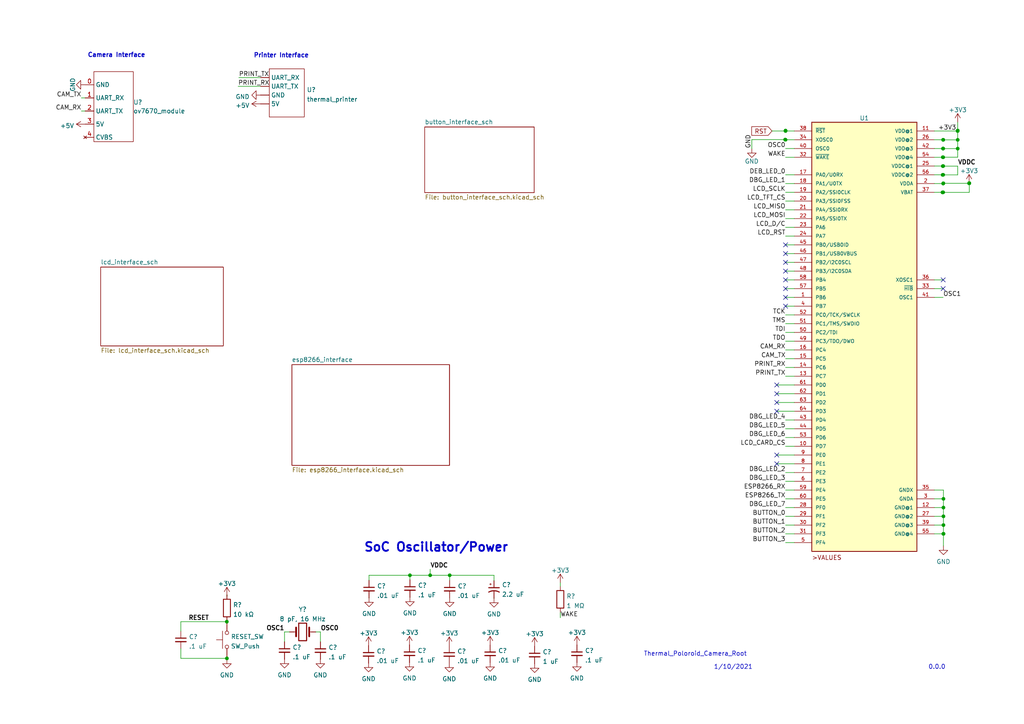
<source format=kicad_sch>
(kicad_sch (version 20211123) (generator eeschema)
  (paper "A4")
  (lib_symbols
    (symbol "Device:C_Polarized_Small_US" (pin_numbers hide) (pin_names (offset 0.254) hide)
      (property "Reference" "C" (at 0.254 1.778 0))
      (property "Value" "C_Polarized_Small_US" (at 0.254 -2.032 0))
      (symbol "C_Polarized_Small_US_0_1"
        (polyline (pts (xy -1.524 0.508) (xy 1.524 0.508)) (stroke (width 0.3048)))
        (polyline (pts (xy -1.27 1.524) (xy -0.762 1.524)))
        (polyline (pts (xy -1.016 1.27) (xy -1.016 1.778)))
        (arc (start 1.524 -0.762) (mid 0 -0.3734) (end -1.524 -0.762) (stroke (width 0.3048)))
      )
      (symbol "C_Polarized_Small_US_1_1"
        (pin passive line (at 0 2.54 270) (length 2.032) (name "~") (number "1"))
        (pin passive line (at 0 -2.54 90) (length 2.032) (name "~") (number "2"))
      )
    )
    (symbol "Device:C_Small" (pin_numbers hide) (pin_names (offset 0.254) hide)
      (property "Reference" "C" (at 0.254 1.778 0))
      (property "Value" "C_Small" (at 0.254 -2.032 0))
      (symbol "C_Small_0_1"
        (polyline (pts (xy -1.524 -0.508) (xy 1.524 -0.508)) (stroke (width 0.3302)))
        (polyline (pts (xy -1.524 0.508) (xy 1.524 0.508)) (stroke (width 0.3048)))
      )
      (symbol "C_Small_1_1"
        (pin passive line (at 0 2.54 270) (length 2.032) (name "~") (number "1"))
        (pin passive line (at 0 -2.54 90) (length 2.032) (name "~") (number "2"))
      )
    )
    (symbol "Device:Crystal" (pin_numbers hide) (pin_names (offset 1.016) hide)
      (property "Reference" "Y" (at 0 3.81 0))
      (property "Value" "Crystal" (at 0 -3.81 0))
      (symbol "Crystal_0_1"
        (rectangle (start -1.143 2.54) (end 1.143 -2.54) (stroke (width 0.3048)))
        (polyline (pts (xy -2.54 0) (xy -1.905 0)))
        (polyline (pts (xy -1.905 -1.27) (xy -1.905 1.27)) (stroke (width 0.508)))
        (polyline (pts (xy 1.905 -1.27) (xy 1.905 1.27)) (stroke (width 0.508)))
        (polyline (pts (xy 2.54 0) (xy 1.905 0)))
      )
      (symbol "Crystal_1_1"
        (pin passive line (at -3.81 0 0) (length 1.27) (name "1") (number "1"))
        (pin passive line (at 3.81 0 180) (length 1.27) (name "2") (number "2"))
      )
    )
    (symbol "Device:R" (pin_numbers hide) (pin_names (offset 0))
      (property "Reference" "R" (at 2.032 0 90))
      (property "Value" "R" (at 0 0 90))
      (symbol "R_0_1"
        (rectangle (start -1.016 -2.54) (end 1.016 2.54) (stroke (width 0.254)))
      )
      (symbol "R_1_1"
        (pin passive line (at 0 3.81 270) (length 1.27) (name "~") (number "1"))
        (pin passive line (at 0 -3.81 90) (length 1.27) (name "~") (number "2"))
      )
    )
    (symbol "Switch:SW_Push" (pin_numbers hide) (pin_names (offset 1.016) hide)
      (property "Reference" "SW" (at 1.27 2.54 0))
      (property "Value" "SW_Push" (at 0 -1.524 0))
      (symbol "SW_Push_0_1"
        (circle (center -2.032 0) (radius 0.508))
        (polyline (pts (xy 0 1.27) (xy 0 3.048)))
        (polyline (pts (xy 2.54 1.27) (xy -2.54 1.27)))
        (circle (center 2.032 0) (radius 0.508))
        (pin passive line (at -5.08 0 0) (length 2.54) (name "1") (number "1"))
        (pin passive line (at 5.08 0 180) (length 2.54) (name "2") (number "2"))
      )
    )
    (symbol "TM4C123GH6PMI:thermal_printer"
      (property "Reference" "U" (at 0 0 0))
      (property "Value" "thermal_printer" (at 0 -3.81 0))
      (symbol "thermal_printer_0_1"
        (rectangle (start -5.08 11.43) (end 5.08 -2.54) (stroke (width 0.1524)))
      )
      (symbol "thermal_printer_1_1"
        (pin power_in line (at -7.62 1.27 0) (length 2.54) (name "5V") (number ""))
        (pin power_in line (at -7.62 3.81 0) (length 2.54) (name "GND") (number ""))
        (pin input line (at -7.62 8.89 0) (length 2.54) (name "UART_RX") (number ""))
        (pin output line (at -7.62 6.35 0) (length 2.54) (name "UART_TX") (number ""))
      )
    )
    (symbol "power:+3V3" (power) (pin_names (offset 0))
      (property "Value" "+3V3" (at 0 3.556 0))
      (symbol "+3V3_0_1"
        (polyline (pts (xy -0.762 1.27) (xy 0 2.54)))
        (polyline (pts (xy 0 0) (xy 0 2.54)))
        (polyline (pts (xy 0 2.54) (xy 0.762 1.27)))
      )
      (symbol "+3V3_1_1"
        (pin power_in line (at 0 0 90) (length 0) hide (name "+3V3") (number "1"))
      )
    )
    (symbol "power:+5V" (power) (pin_names (offset 0))
      (property "Value" "+5V" (at 0 3.556 0))
      (symbol "+5V_0_1"
        (polyline (pts (xy -0.762 1.27) (xy 0 2.54)))
        (polyline (pts (xy 0 0) (xy 0 2.54)))
        (polyline (pts (xy 0 2.54) (xy 0.762 1.27)))
      )
      (symbol "+5V_1_1"
        (pin power_in line (at 0 0 90) (length 0) hide (name "+5V") (number "1"))
      )
    )
    (symbol "power:GND" (power) (pin_names (offset 0))
      (property "Value" "GND" (at 0 -3.81 0))
      (symbol "GND_0_1"
        (polyline (pts (xy 0 0) (xy 0 -1.27) (xy 1.27 -1.27) (xy 0 -2.54) (xy -1.27 -1.27) (xy 0 -1.27)))
      )
      (symbol "GND_1_1"
        (pin power_in line (at 0 0 270) (length 0) hide (name "GND") (number "1"))
      )
    )
    (symbol "tm4c123:TM4C123GH6PMI" (pin_names (offset 1.016))
      (property "Reference" "U" (at -15.24 60.9854 0))
      (symbol "TM4C123GH6PMI_0_0"
        (rectangle (start -15.24 -63.5) (end 15.24 60.96) (stroke (width 0.254)) (fill (type background)))
        (text ">VALUES" (at -15.24 -66.04 0) (effects (font (size 1.27 1.27)) (justify left bottom)))
        (pin bidirectional line (at -20.32 10.16 0) (length 5.08) (name "PB6") (number "1"))
        (pin bidirectional line (at -20.32 -33.02 0) (length 5.08) (name "PD7") (number "10"))
        (pin power_in line (at 20.32 58.42 180) (length 5.08) (name "VDD@1") (number "11"))
        (pin power_in line (at 20.32 -50.8 180) (length 5.08) (name "GND@1") (number "12"))
        (pin bidirectional line (at -20.32 -12.7 0) (length 5.08) (name "PC7") (number "13"))
        (pin bidirectional line (at -20.32 -10.16 0) (length 5.08) (name "PC6") (number "14"))
        (pin bidirectional line (at -20.32 -7.62 0) (length 5.08) (name "PC5") (number "15"))
        (pin bidirectional line (at -20.32 -5.08 0) (length 5.08) (name "PC4") (number "16"))
        (pin bidirectional line (at -20.32 45.72 0) (length 5.08) (name "PA0/U0RX") (number "17"))
        (pin bidirectional line (at -20.32 43.18 0) (length 5.08) (name "PA1/U0TX") (number "18"))
        (pin bidirectional line (at -20.32 40.64 0) (length 5.08) (name "PA2/SSI0CLK") (number "19"))
        (pin power_in line (at 20.32 43.18 180) (length 5.08) (name "VDDA") (number "2"))
        (pin bidirectional line (at -20.32 38.1 0) (length 5.08) (name "PA3/SSI0FSS") (number "20"))
        (pin bidirectional line (at -20.32 35.56 0) (length 5.08) (name "PA4/SSI0RX") (number "21"))
        (pin bidirectional line (at -20.32 33.02 0) (length 5.08) (name "PA5/SSI0TX") (number "22"))
        (pin bidirectional line (at -20.32 30.48 0) (length 5.08) (name "PA6") (number "23"))
        (pin bidirectional line (at -20.32 27.94 0) (length 5.08) (name "PA7") (number "24"))
        (pin power_in line (at 20.32 48.26 180) (length 5.08) (name "VDDC@1") (number "25"))
        (pin power_in line (at 20.32 55.88 180) (length 5.08) (name "VDD@2") (number "26"))
        (pin power_in line (at 20.32 -53.34 180) (length 5.08) (name "GND@2") (number "27"))
        (pin bidirectional line (at -20.32 -50.8 0) (length 5.08) (name "PF0") (number "28"))
        (pin bidirectional line (at -20.32 -53.34 0) (length 5.08) (name "PF1") (number "29"))
        (pin power_in line (at 20.32 -48.26 180) (length 5.08) (name "GNDA") (number "3"))
        (pin bidirectional line (at -20.32 -55.88 0) (length 5.08) (name "PF2") (number "30"))
        (pin bidirectional line (at -20.32 -58.42 0) (length 5.08) (name "PF3") (number "31"))
        (pin input line (at -20.32 50.8 0) (length 5.08) (name "~{WAKE}") (number "32"))
        (pin output line (at 20.32 12.7 180) (length 5.08) (name "~{HIB}") (number "33"))
        (pin input line (at -20.32 55.88 0) (length 5.08) (name "XOSC0") (number "34"))
        (pin power_in line (at 20.32 -45.72 180) (length 5.08) (name "GNDX") (number "35"))
        (pin output line (at 20.32 15.24 180) (length 5.08) (name "XOSC1") (number "36"))
        (pin power_in line (at 20.32 40.64 180) (length 5.08) (name "VBAT") (number "37"))
        (pin input line (at -20.32 58.42 0) (length 5.08) (name "~{RST}") (number "38"))
        (pin power_in line (at 20.32 -55.88 180) (length 5.08) (name "GND@3") (number "39"))
        (pin bidirectional line (at -20.32 7.62 0) (length 5.08) (name "PB7") (number "4"))
        (pin input line (at -20.32 53.34 0) (length 5.08) (name "OSC0") (number "40"))
        (pin output line (at 20.32 10.16 180) (length 5.08) (name "OSC1") (number "41"))
        (pin power_in line (at 20.32 53.34 180) (length 5.08) (name "VDD@3") (number "42"))
        (pin bidirectional line (at -20.32 -25.4 0) (length 5.08) (name "PD4") (number "43"))
        (pin bidirectional line (at -20.32 -27.94 0) (length 5.08) (name "PD5") (number "44"))
        (pin bidirectional line (at -20.32 25.4 0) (length 5.08) (name "PB0/USB0ID") (number "45"))
        (pin bidirectional line (at -20.32 22.86 0) (length 5.08) (name "PB1/USB0VBUS") (number "46"))
        (pin bidirectional line (at -20.32 20.32 0) (length 5.08) (name "PB2/I2C0SCL") (number "47"))
        (pin bidirectional line (at -20.32 17.78 0) (length 5.08) (name "PB3/I2C0SDA") (number "48"))
        (pin bidirectional line (at -20.32 -2.54 0) (length 5.08) (name "PC3/TDO/DWO") (number "49"))
        (pin bidirectional line (at -20.32 -60.96 0) (length 5.08) (name "PF4") (number "5"))
        (pin bidirectional line (at -20.32 0 0) (length 5.08) (name "PC2/TDI") (number "50"))
        (pin bidirectional line (at -20.32 2.54 0) (length 5.08) (name "PC1/TMS/SWDIO") (number "51"))
        (pin bidirectional line (at -20.32 5.08 0) (length 5.08) (name "PC0/TCK/SWCLK") (number "52"))
        (pin bidirectional line (at -20.32 -30.48 0) (length 5.08) (name "PD6") (number "53"))
        (pin power_in line (at 20.32 50.8 180) (length 5.08) (name "VDD@4") (number "54"))
        (pin power_in line (at 20.32 -58.42 180) (length 5.08) (name "GND@4") (number "55"))
        (pin power_in line (at 20.32 45.72 180) (length 5.08) (name "VDDC@2") (number "56"))
        (pin bidirectional line (at -20.32 12.7 0) (length 5.08) (name "PB5") (number "57"))
        (pin bidirectional line (at -20.32 15.24 0) (length 5.08) (name "PB4") (number "58"))
        (pin bidirectional line (at -20.32 -45.72 0) (length 5.08) (name "PE4") (number "59"))
        (pin bidirectional line (at -20.32 -43.18 0) (length 5.08) (name "PE3") (number "6"))
        (pin bidirectional line (at -20.32 -48.26 0) (length 5.08) (name "PE5") (number "60"))
        (pin bidirectional line (at -20.32 -15.24 0) (length 5.08) (name "PD0") (number "61"))
        (pin bidirectional line (at -20.32 -17.78 0) (length 5.08) (name "PD1") (number "62"))
        (pin bidirectional line (at -20.32 -20.32 0) (length 5.08) (name "PD2") (number "63"))
        (pin bidirectional line (at -20.32 -22.86 0) (length 5.08) (name "PD3") (number "64"))
        (pin bidirectional line (at -20.32 -40.64 0) (length 5.08) (name "PE2") (number "7"))
        (pin bidirectional line (at -20.32 -38.1 0) (length 5.08) (name "PE1") (number "8"))
        (pin bidirectional line (at -20.32 -35.56 0) (length 5.08) (name "PE0") (number "9"))
      )
    )
    (symbol "tm4c123:ov7670_module"
      (property "Reference" "U?" (at 7.62 7.62 0))
      (property "Value" "ov7670_module" (at 7.62 5.08 0))
      (symbol "ov7670_module_0_1"
        (rectangle (start -3.81 16.51) (end 7.62 -3.81) (stroke (width 0.1524)))
      )
      (symbol "ov7670_module_1_1"
        (pin power_in line (at -6.35 12.7 0) (length 2.54) (name "GND") (number "0"))
        (pin input line (at -6.35 8.89 0) (length 2.54) (name "UART_RX") (number "1"))
        (pin output line (at -6.35 5.08 0) (length 2.54) (name "UART_TX") (number "2"))
        (pin power_in line (at -6.35 1.27 0) (length 2.54) (name "5V") (number "3"))
        (pin no_connect line (at -6.35 -2.54 0) (length 2.54) (name "CVBS") (number "4"))
      )
    )
  )
  (junction (at 273.4564 45.593))
  (junction (at 273.6342 147.2184))
  (junction (at 273.4564 48.1838))
  (junction (at 227.7364 40.4876))
  (junction (at 273.558 53.2384))
  (junction (at 273.6342 154.813))
  (junction (at 273.3548 55.8038))
  (junction (at 273.558 43.0784))
  (junction (at 281.1272 53.1114))
  (junction (at 273.558 40.5638))
  (junction (at 65.786 180.3146))
  (junction (at 118.8974 166.8526))
  (junction (at 65.8114 190.9572))
  (junction (at 277.7744 37.8714))
  (junction (at 273.6342 152.2984))
  (junction (at 277.7744 40.5638))
  (junction (at 277.7744 37.9222))
  (junction (at 277.7744 43.1038))
  (junction (at 273.6342 144.6784))
  (junction (at 273.6088 53.1622))
  (junction (at 273.6342 149.7584))
  (junction (at 130.429 166.8526))
  (junction (at 273.558 50.6984))
  (junction (at 281.0764 53.1622))
  (junction (at 281.1272 53.1622))
  (junction (at 277.749 37.9984))
  (junction (at 273.5072 43.1038))
  (junction (at 273.558 48.1584))
  (junction (at 227.838 37.9984))
  (junction (at 273.4056 50.7238))
  (junction (at 227.838 37.8714))
  (junction (at 227.838 40.5384))
  (junction (at 273.6342 154.8384))
  (junction (at 124.7648 166.8526))
  (junction (at 273.558 55.7784))
  (junction (at 273.558 40.5384))
  (junction (at 273.558 45.6184))
  (no_connect (at 227.838 78.6384))
  (no_connect (at 227.838 71.0184))
  (no_connect (at 227.838 86.2584))
  (no_connect (at 225.298 119.2784))
  (no_connect (at 227.838 81.1784))
  (no_connect (at 227.838 88.7984))
  (no_connect (at 227.838 83.7184))
  (no_connect (at 227.838 76.0984))
  (no_connect (at 225.298 116.7384))
  (no_connect (at 225.298 131.9784))
  (no_connect (at 225.298 134.5184))
  (no_connect (at 225.298 111.6584))
  (no_connect (at 273.558 81.1784))
  (no_connect (at 273.558 83.7184))
  (no_connect (at 227.838 73.5584))
  (no_connect (at 225.298 114.1984))
  (wire (pts (xy 271.018 149.7584) (xy 273.6342 149.7584)))
  (wire (pts (xy 107.0356 168.3258) (xy 107.0356 166.8526)))
  (wire (pts (xy 227.838 68.4784) (xy 230.378 68.4784)))
  (wire (pts (xy 225.298 131.9784) (xy 230.378 131.9784)))
  (wire (pts (xy 227.838 98.9584) (xy 230.378 98.9584)))
  (wire (pts (xy 271.018 83.7184) (xy 273.558 83.7184)))
  (wire (pts (xy 82.5246 183.2864) (xy 83.9724 183.2864)))
  (wire (pts (xy 273.3548 55.8038) (xy 281.1272 55.8038)))
  (wire (pts (xy 227.838 126.8984) (xy 230.378 126.8984)))
  (wire (pts (xy 281.0764 53.1622) (xy 281.1272 53.1622)))
  (wire (pts (xy 271.018 147.2184) (xy 273.6342 147.2184)))
  (wire (pts (xy 227.838 58.3184) (xy 230.378 58.3184)))
  (wire (pts (xy 277.7744 37.9222) (xy 277.7744 40.5638)))
  (wire (pts (xy 225.298 111.6584) (xy 230.378 111.6584)))
  (wire (pts (xy 227.838 73.5584) (xy 230.378 73.5584)))
  (wire (pts (xy 273.6342 147.2184) (xy 273.6342 149.7584)))
  (wire (pts (xy 227.838 60.8584) (xy 230.378 60.8584)))
  (wire (pts (xy 227.838 139.5984) (xy 230.378 139.5984)))
  (wire (pts (xy 227.7364 40.4876) (xy 218.059 40.4876)))
  (wire (pts (xy 107.0356 166.8526) (xy 118.8974 166.8526)))
  (wire (pts (xy 271.018 53.2384) (xy 273.558 53.2384)))
  (wire (pts (xy 130.429 173.4312) (xy 130.429 173.4566)))
  (wire (pts (xy 65.8114 191.2366) (xy 65.8114 190.9572)))
  (wire (pts (xy 227.838 152.2984) (xy 230.378 152.2984)))
  (wire (pts (xy 271.018 142.1384) (xy 273.6342 142.1384)))
  (wire (pts (xy 23.5966 28.3972) (xy 24.6888 28.3972)))
  (wire (pts (xy 82.5246 183.2864) (xy 82.5246 186.1312)))
  (wire (pts (xy 271.018 152.2984) (xy 273.6342 152.2984)))
  (wire (pts (xy 130.429 166.8526) (xy 124.7648 166.8526)))
  (wire (pts (xy 227.838 109.1184) (xy 230.378 109.1184)))
  (wire (pts (xy 227.838 149.7584) (xy 230.378 149.7584)))
  (wire (pts (xy 271.018 48.1584) (xy 273.558 48.1584)))
  (wire (pts (xy 277.7744 35.4838) (xy 277.7744 37.8714)))
  (wire (pts (xy 52.451 183.0578) (xy 52.451 180.3146)))
  (wire (pts (xy 227.838 40.5384) (xy 230.378 40.5384)))
  (wire (pts (xy 273.6342 154.8384) (xy 273.6342 158.3436)))
  (wire (pts (xy 69.0626 25.0444) (xy 75.565 25.0444)))
  (wire (pts (xy 273.558 40.5638) (xy 277.7744 40.5638)))
  (wire (pts (xy 227.838 86.2584) (xy 230.378 86.2584)))
  (wire (pts (xy 91.5924 183.2864) (xy 92.9386 183.2864)))
  (wire (pts (xy 271.018 81.1784) (xy 273.558 81.1784)))
  (wire (pts (xy 65.8114 180.1622) (xy 65.8114 180.4924)))
  (wire (pts (xy 92.9386 191.2366) (xy 92.9132 191.2366)))
  (wire (pts (xy 227.838 104.0384) (xy 230.378 104.0384)))
  (wire (pts (xy 271.018 45.6184) (xy 273.558 45.6184)))
  (wire (pts (xy 227.838 45.6184) (xy 230.378 45.6184)))
  (wire (pts (xy 227.838 55.7784) (xy 230.378 55.7784)))
  (wire (pts (xy 227.838 129.4384) (xy 230.378 129.4384)))
  (wire (pts (xy 69.2658 22.5044) (xy 75.565 22.5044)))
  (wire (pts (xy 281.1272 53.1114) (xy 281.1272 53.1622)))
  (wire (pts (xy 227.838 93.8784) (xy 230.378 93.8784)))
  (wire (pts (xy 225.298 116.7384) (xy 230.378 116.7384)))
  (wire (pts (xy 273.4564 45.593) (xy 277.7744 45.593)))
  (wire (pts (xy 225.298 119.2784) (xy 230.378 119.2784)))
  (wire (pts (xy 227.838 63.3984) (xy 230.378 63.3984)))
  (wire (pts (xy 271.018 154.8384) (xy 273.6342 154.8384)))
  (wire (pts (xy 227.838 76.0984) (xy 230.378 76.0984)))
  (wire (pts (xy 124.7648 165.1) (xy 124.7648 166.8526)))
  (wire (pts (xy 118.8974 173.228) (xy 118.8974 173.2534)))
  (wire (pts (xy 273.6088 53.1622) (xy 281.0764 53.1622)))
  (wire (pts (xy 107.0356 173.4058) (xy 107.0356 173.4312)))
  (wire (pts (xy 227.838 144.6784) (xy 230.378 144.6784)))
  (wire (pts (xy 218.059 40.4876) (xy 218.059 43.1292)))
  (wire (pts (xy 227.838 71.0184) (xy 230.378 71.0184)))
  (wire (pts (xy 52.451 190.9572) (xy 65.8114 190.9572)))
  (wire (pts (xy 23.5966 32.2072) (xy 24.6888 32.2072)))
  (wire (pts (xy 130.429 168.3512) (xy 130.429 166.8526)))
  (wire (pts (xy 124.7648 166.8526) (xy 118.8974 166.8526)))
  (wire (pts (xy 271.018 50.6984) (xy 273.558 50.6984)))
  (wire (pts (xy 143.2814 173.5074) (xy 143.2814 173.5582)))
  (wire (pts (xy 65.8114 190.9572) (xy 65.8114 190.6524)))
  (wire (pts (xy 277.7744 48.1838) (xy 277.7744 50.7238)))
  (wire (pts (xy 227.838 142.1384) (xy 230.378 142.1384)))
  (wire (pts (xy 277.7744 40.5638) (xy 277.7744 43.1038)))
  (wire (pts (xy 223.901 37.9984) (xy 227.838 37.9984)))
  (wire (pts (xy 227.838 65.9384) (xy 230.378 65.9384)))
  (wire (pts (xy 271.018 144.6784) (xy 273.6342 144.6784)))
  (wire (pts (xy 227.838 81.1784) (xy 230.378 81.1784)))
  (wire (pts (xy 227.838 124.3584) (xy 230.378 124.3584)))
  (wire (pts (xy 162.5092 169.037) (xy 162.5092 170.0276)))
  (wire (pts (xy 227.838 91.3384) (xy 230.378 91.3384)))
  (wire (pts (xy 227.838 37.9984) (xy 227.838 37.8714)))
  (wire (pts (xy 273.6342 149.7584) (xy 273.6342 152.2984)))
  (wire (pts (xy 225.298 134.5184) (xy 230.378 134.5184)))
  (wire (pts (xy 143.2814 168.4274) (xy 143.2814 166.8526)))
  (wire (pts (xy 277.7744 37.8714) (xy 277.7744 37.9222)))
  (wire (pts (xy 271.018 86.2584) (xy 273.558 86.2584)))
  (wire (pts (xy 65.8114 172.5422) (xy 65.8114 172.8724)))
  (wire (pts (xy 227.838 88.7984) (xy 230.378 88.7984)))
  (wire (pts (xy 227.838 147.2184) (xy 230.378 147.2184)))
  (wire (pts (xy 281.1272 55.8038) (xy 281.1272 53.1622)))
  (wire (pts (xy 271.018 37.9984) (xy 277.749 37.9984)))
  (wire (pts (xy 273.6342 144.6784) (xy 273.6342 147.2184)))
  (wire (pts (xy 52.451 180.3146) (xy 65.786 180.3146)))
  (wire (pts (xy 227.838 50.6984) (xy 230.378 50.6984)))
  (wire (pts (xy 227.838 137.0584) (xy 230.378 137.0584)))
  (wire (pts (xy 277.7744 50.7238) (xy 273.4056 50.7238)))
  (wire (pts (xy 227.838 43.0784) (xy 230.378 43.0784)))
  (wire (pts (xy 118.8974 166.8526) (xy 118.8974 168.148)))
  (wire (pts (xy 227.838 154.8384) (xy 230.378 154.8384)))
  (wire (pts (xy 143.2814 166.8526) (xy 130.429 166.8526)))
  (wire (pts (xy 52.451 188.1378) (xy 52.451 190.9572)))
  (wire (pts (xy 227.838 96.4184) (xy 230.378 96.4184)))
  (wire (pts (xy 227.838 106.5784) (xy 230.378 106.5784)))
  (wire (pts (xy 162.5092 177.6476) (xy 162.5092 179.1716)))
  (wire (pts (xy 92.9386 186.1566) (xy 92.9386 183.2864)))
  (wire (pts (xy 273.6342 152.2984) (xy 273.6342 154.813)))
  (wire (pts (xy 225.298 114.1984) (xy 230.378 114.1984)))
  (wire (pts (xy 227.838 53.2384) (xy 230.378 53.2384)))
  (wire (pts (xy 273.5072 43.1038) (xy 277.7744 43.1038)))
  (wire (pts (xy 227.838 101.4984) (xy 230.378 101.4984)))
  (wire (pts (xy 271.018 55.7784) (xy 273.558 55.7784)))
  (wire (pts (xy 271.018 40.5384) (xy 273.558 40.5384)))
  (wire (pts (xy 227.838 83.7184) (xy 230.378 83.7184)))
  (wire (pts (xy 227.838 157.3784) (xy 230.378 157.3784)))
  (wire (pts (xy 273.6342 142.1384) (xy 273.6342 144.6784)))
  (wire (pts (xy 271.018 43.0784) (xy 273.558 43.0784)))
  (wire (pts (xy 227.838 121.8184) (xy 230.378 121.8184)))
  (wire (pts (xy 277.7744 43.1038) (xy 277.7744 45.593)))
  (wire (pts (xy 227.838 37.9984) (xy 230.378 37.9984)))
  (wire (pts (xy 227.838 78.6384) (xy 230.378 78.6384)))
  (wire (pts (xy 273.4564 48.1838) (xy 277.7744 48.1838)))
  (text "0.0.0" (at 269.24 194.31 0) (effects (font (size 1.27 1.27)) (justify left bottom)))
  (text "Printer Interface" (at 73.533 16.9418 0) (effects (font (size 1.27 1.27) bold) (justify left bottom)))
  (text "SoC Oscillator/Power" (at 105.4354 160.3502 0) (effects (font (size 2.54 2.54) (thickness 0.508) bold) (justify left bottom)))
  (text "Camera Interface" (at 25.3746 16.8402 0) (effects (font (size 1.27 1.27) bold) (justify left bottom)))
  (text "Thermal_Poloroid_Camera_Root" (at 186.69 190.5 0) (effects (font (size 1.27 1.27)) (justify left bottom)))
  (text "1/10/2021" (at 207.01 194.31 0) (effects (font (size 1.27 1.27)) (justify left bottom)))
  (label "LCD_TFT_CS" (at 227.838 58.3184 180))
  (label "RESET" (at 54.61 180.3146 0) (effects (font bold)))
  (label "TDO" (at 227.838 98.9584 180))
  (label "OSC0" (at 92.9386 183.2864 0) (effects (font bold)))
  (label "BUTTON_0" (at 227.838 149.7584 180))
  (label "BUTTON_3" (at 227.838 157.3784 180))
  (label "ESP8266_TX" (at 227.838 144.6784 180))
  (label "CAM_TX" (at 227.8888 104.0384 180))
  (label "OSC1" (at 273.558 86.2584 0))
  (label "CAM_RX" (at 23.5966 32.2072 180))
  (label "CAM_TX" (at 23.5966 28.3972 180))
  (label "VDDC" (at 124.7648 165.1 0) (effects (font bold)))
  (label "TMS" (at 227.838 93.8784 180))
  (label "PRINT_TX" (at 69.2658 22.5044 0))
  (label "DBG_LED_3" (at 227.838 139.5984 180))
  (label "BUTTON_2" (at 227.838 154.8384 180))
  (label "WAKE" (at 227.838 45.6184 180))
  (label "GND" (at 218.059 43.0276 90))
  (label "TCK" (at 227.838 91.3384 180))
  (label "CAM_RX" (at 227.838 101.4984 180))
  (label "PRINT_RX" (at 227.838 106.5784 180))
  (label "WAKE" (at 162.5092 179.1716 0))
  (label "LCD_MISO" (at 227.838 60.8584 180))
  (label "LCD_MOSI" (at 227.838 63.3984 180))
  (label "OSC0" (at 227.838 43.0784 180))
  (label "PRINT_TX" (at 227.838 109.1184 180))
  (label "DBG_LED_1" (at 227.838 53.2384 180))
  (label "TDI" (at 227.838 96.4184 180))
  (label "+3V3" (at 272.0848 38.0238 0))
  (label "LCD_SCLK" (at 227.838 55.7784 180))
  (label "LCD_D{slash}C" (at 227.838 65.9384 180))
  (label "DBG_LED_7" (at 227.838 147.2184 180))
  (label "DEB_LED_0" (at 227.838 50.6984 180))
  (label "LCD_CARD_CS" (at 227.838 129.4384 180))
  (label "DBG_LED_6" (at 227.838 126.8984 180))
  (label "BUTTON_1" (at 227.838 152.2984 180))
  (label "PRINT_RX" (at 69.0626 25.0444 0))
  (label "ESP8266_RX" (at 227.838 142.1384 180))
  (label "OSC1" (at 82.55 183.2864 180) (effects (font bold)))
  (label "DBG_LED_2" (at 227.838 137.0584 180))
  (label "VDDC" (at 277.7744 48.1838 0) (effects (font bold)))
  (label "DBG_LED_4" (at 227.838 121.8184 180))
  (label "DBG_LED_5" (at 227.838 124.3584 180))
  (label "LCD_RST" (at 227.8634 68.453 180))
  (global_label "RST" (shape input) (at 223.901 37.9984 180) (property "Intersheet References" "${INTERSHEET_REFS}" (effects hide)))
  (symbol (lib_id "Device:Crystal") (at 87.7824 183.2864 180) (unit 1)
    (property "Reference" "Y?" (at 87.7824 176.7545 0))
    (property "Value" "8 pF, 16 MHz" (at 87.7824 179.5296 0))
  )
  (symbol (lib_id "power:GND") (at 167.3352 192.151 0) (unit 1)
    (property "Reference" "#PWR?" (effects hide))
    (property "Value" "GND" (at 167.3352 196.7135 0))
  )
  (symbol (lib_id "Device:C_Small") (at 118.8974 170.688 0) (unit 1)
    (property "Reference" "C?" (at 121.2215 169.7858 0) (effects (justify left)))
    (property "Value" ".1 uF" (at 121.2215 172.5609 0) (effects (justify left)))
  )
  (symbol (lib_id "Device:C_Small") (at 118.7704 189.611 0) (unit 1)
    (property "Reference" "C?" (at 121.0945 188.7088 0) (effects (justify left)))
    (property "Value" ".1 uF" (at 121.0945 191.4839 0) (effects (justify left)))
  )
  (symbol (lib_id "power:GND") (at 65.8114 191.2366 0) (unit 1)
    (property "Reference" "#PWR?" (effects hide))
    (property "Value" "GND" (at 65.8114 195.7991 0))
  )
  (symbol (lib_id "power:+5V") (at 75.565 30.1244 90) (unit 1)
    (property "Reference" "#PWR?" (effects hide))
    (property "Value" "+5V" (at 72.3901 30.6034 90) (effects (justify left)))
  )
  (symbol (lib_id "power:GND") (at 118.8974 173.2534 0) (unit 1)
    (property "Reference" "#PWR?" (effects hide))
    (property "Value" "GND" (at 118.8974 177.8159 0))
  )
  (symbol (lib_id "Device:C_Small") (at 107.0356 170.8658 0) (unit 1)
    (property "Reference" "C?" (at 109.3597 169.9636 0) (effects (justify left)))
    (property "Value" ".01 uF" (at 109.3597 172.7387 0) (effects (justify left)))
  )
  (symbol (lib_id "power:+5V") (at 24.6888 36.0172 90) (unit 1)
    (property "Reference" "#PWR?" (effects hide))
    (property "Value" "+5V" (at 21.5139 36.4962 90) (effects (justify left)))
  )
  (symbol (lib_id "power:GND") (at 82.5246 191.2112 0) (unit 1)
    (property "Reference" "#PWR?" (effects hide))
    (property "Value" "GND" (at 82.5246 195.7737 0))
  )
  (symbol (lib_id "Device:C_Small") (at 130.429 170.8912 0) (unit 1)
    (property "Reference" "C?" (at 132.7531 169.989 0) (effects (justify left)))
    (property "Value" ".01 uF" (at 132.7531 172.7641 0) (effects (justify left)))
  )
  (symbol (lib_id "Switch:SW_Push") (at 65.8114 185.5724 90) (unit 1)
    (property "Reference" "RESET_SW" (at 66.9544 184.6639 90) (effects (justify right)))
    (property "Value" "SW_Push" (at 66.9544 187.439 90) (effects (justify right)))
  )
  (symbol (lib_id "power:+3V3") (at 167.3352 187.071 0) (unit 1)
    (property "Reference" "#PWR?" (effects hide))
    (property "Value" "+3V3" (at 167.3352 183.4665 0))
  )
  (symbol (lib_id "tm4c123:TM4C123GH6PMI") (at 250.698 96.4184 0) (unit 1)
    (property "Reference" "U1" (at 250.698 34.2669 0))
    (property "Value" "TM4C123GH6PMI" (effects hide))
    (property "Footprint" "QFP50P1200X1200X160-64N" (effects hide))
    (property "MANUFACTURER" "TEXAS instruments" (effects hide))
  )
  (symbol (lib_id "power:+3V3") (at 65.8114 172.8724 0) (unit 1)
    (property "Reference" "#PWR?" (effects hide))
    (property "Value" "+3V3" (at 65.8114 169.2679 0))
  )
  (symbol (lib_id "power:GND") (at 118.7704 192.151 0) (unit 1)
    (property "Reference" "#PWR?" (effects hide))
    (property "Value" "GND" (at 118.7704 196.7135 0))
  )
  (symbol (lib_id "power:GND") (at 142.1638 192.1764 0) (unit 1)
    (property "Reference" "#PWR?" (effects hide))
    (property "Value" "GND" (at 142.1638 196.7389 0))
  )
  (symbol (lib_id "power:GND") (at 92.9132 191.2366 0) (unit 1)
    (property "Reference" "#PWR?" (effects hide))
    (property "Value" "GND" (at 92.9132 195.7991 0))
  )
  (symbol (lib_id "Device:C_Polarized_Small_US") (at 143.2814 170.9674 0) (unit 1)
    (property "Reference" "C?" (at 145.5928 169.6271 0) (effects (justify left)))
    (property "Value" "2.2 uF" (at 145.5928 172.4022 0) (effects (justify left)))
  )
  (symbol (lib_id "Device:C_Small") (at 155.067 189.992 0) (unit 1)
    (property "Reference" "C?" (at 157.3911 189.0898 0) (effects (justify left)))
    (property "Value" "1 uF" (at 157.3911 191.8649 0) (effects (justify left)))
  )
  (symbol (lib_id "power:+3V3") (at 130.302 187.2742 0) (unit 1)
    (property "Reference" "#PWR?" (effects hide))
    (property "Value" "+3V3" (at 130.302 183.6697 0))
  )
  (symbol (lib_id "Device:C_Small") (at 92.9386 188.6966 0) (unit 1)
    (property "Reference" "C?" (at 95.2627 187.7944 0) (effects (justify left)))
    (property "Value" ".1 uF" (at 95.2627 190.5695 0) (effects (justify left)))
  )
  (symbol (lib_id "power:GND") (at 155.067 192.532 0) (unit 1)
    (property "Reference" "#PWR?" (effects hide))
    (property "Value" "GND" (at 155.067 197.0945 0))
  )
  (symbol (lib_id "Device:C_Small") (at 106.9086 189.7888 0) (unit 1)
    (property "Reference" "C?" (at 109.2327 188.8866 0) (effects (justify left)))
    (property "Value" ".01 uF" (at 109.2327 191.6617 0) (effects (justify left)))
  )
  (symbol (lib_id "power:+3V3") (at 277.7744 35.4838 0) (unit 1)
    (property "Reference" "#PWR?" (effects hide))
    (property "Value" "+3V3" (at 277.7744 31.8793 0))
  )
  (symbol (lib_id "Device:C_Small") (at 142.1638 189.6364 0) (unit 1)
    (property "Reference" "C?" (at 144.4879 188.7342 0) (effects (justify left)))
    (property "Value" ".01 uF" (at 144.4879 191.5093 0) (effects (justify left)))
  )
  (symbol (lib_id "tm4c123:ov7670_module") (at 31.0388 37.2872 0) (unit 1)
    (property "Reference" "U?" (at 38.6588 29.6672 0) (effects (justify left)))
    (property "Value" "ov7670_module" (at 38.6588 32.2072 0) (effects (justify left)))
  )
  (symbol (lib_id "power:+3V3") (at 155.067 187.452 0) (unit 1)
    (property "Reference" "#PWR?" (effects hide))
    (property "Value" "+3V3" (at 155.067 183.8475 0))
  )
  (symbol (lib_id "power:GND") (at 273.6342 158.3436 0) (unit 1)
    (property "Reference" "#PWR?" (effects hide))
    (property "Value" "GND" (at 273.6342 162.9061 0))
  )
  (symbol (lib_id "power:GND") (at 107.0356 173.4312 0) (unit 1)
    (property "Reference" "#PWR?" (effects hide))
    (property "Value" "GND" (at 107.0356 177.9937 0))
  )
  (symbol (lib_id "Device:R") (at 65.8114 176.3522 180) (unit 1)
    (property "Reference" "R?" (at 67.5894 175.4437 0) (effects (justify right)))
    (property "Value" "10 kΩ" (at 67.5894 178.2188 0) (effects (justify right)))
  )
  (symbol (lib_id "power:+3V3") (at 106.9086 187.2488 0) (unit 1)
    (property "Reference" "#PWR?" (effects hide))
    (property "Value" "+3V3" (at 106.9086 183.6443 0))
  )
  (symbol (lib_id "power:+3V3") (at 142.1638 187.0964 0) (unit 1)
    (property "Reference" "#PWR?" (effects hide))
    (property "Value" "+3V3" (at 142.1638 183.4919 0))
  )
  (symbol (lib_id "power:+3V3") (at 162.5092 169.037 0) (unit 1)
    (property "Reference" "#PWR?" (effects hide))
    (property "Value" "+3V3" (at 162.5092 165.4325 0))
  )
  (symbol (lib_id "power:GND") (at 75.565 27.5844 270) (unit 1)
    (property "Reference" "#PWR?" (effects hide))
    (property "Value" "GND" (at 72.3901 28.0634 90) (effects (justify right)))
  )
  (symbol (lib_id "Device:C_Small") (at 130.302 189.8142 0) (unit 1)
    (property "Reference" "C?" (at 132.6261 188.912 0) (effects (justify left)))
    (property "Value" ".01 uF" (at 132.6261 191.6871 0) (effects (justify left)))
  )
  (symbol (lib_id "power:+3V3") (at 281.0764 53.1622 0) (unit 1)
    (property "Reference" "#PWR?" (effects hide))
    (property "Value" "+3V3" (at 281.0764 49.5577 0))
  )
  (symbol (lib_id "Device:C_Small") (at 167.3352 189.611 0) (unit 1)
    (property "Reference" "C?" (at 169.6593 188.7088 0) (effects (justify left)))
    (property "Value" ".1 uF" (at 169.6593 191.4839 0) (effects (justify left)))
  )
  (symbol (lib_id "Device:C_Small") (at 82.5246 188.6712 0) (unit 1)
    (property "Reference" "C?" (at 84.8487 187.769 0) (effects (justify left)))
    (property "Value" ".1 uF" (at 84.8487 190.5441 0) (effects (justify left)))
  )
  (symbol (lib_id "power:GND") (at 218.059 43.1292 0) (unit 1)
    (property "Reference" "#PWR?" (effects hide))
    (property "Value" "GND" (at 218.0336 46.7868 0))
  )
  (symbol (lib_id "Device:C_Small") (at 52.451 185.5978 0) (unit 1)
    (property "Reference" "C?" (at 54.7751 184.6956 0) (effects (justify left)))
    (property "Value" ".1 uF" (at 54.7751 187.4707 0) (effects (justify left)))
  )
  (symbol (lib_id "power:GND") (at 143.2814 173.5582 0) (unit 1)
    (property "Reference" "#PWR?" (effects hide))
    (property "Value" "GND" (at 143.2814 178.1207 0))
  )
  (symbol (lib_id "power:GND") (at 130.302 192.3542 0) (unit 1)
    (property "Reference" "#PWR?" (effects hide))
    (property "Value" "GND" (at 130.302 196.9167 0))
  )
  (symbol (lib_id "power:GND") (at 130.429 173.4566 0) (unit 1)
    (property "Reference" "#PWR?" (effects hide))
    (property "Value" "GND" (at 130.429 178.0191 0))
  )
  (symbol (lib_id "power:GND") (at 106.9086 192.3288 0) (unit 1)
    (property "Reference" "#PWR?" (effects hide))
    (property "Value" "GND" (at 106.9086 196.8913 0))
  )
  (symbol (lib_id "power:+3V3") (at 118.7704 187.071 0) (unit 1)
    (property "Reference" "#PWR?" (effects hide))
    (property "Value" "+3V3" (at 118.7704 183.4665 0))
  )
  (symbol (lib_id "Device:R") (at 162.5092 173.8376 0) (unit 1)
    (property "Reference" "R?" (at 164.2872 172.9291 0) (effects (justify left)))
    (property "Value" "1 MΩ" (at 164.2872 175.7042 0) (effects (justify left)))
  )
  (symbol (lib_id "power:GND") (at 24.6888 24.5872 270) (unit 1)
    (property "Reference" "#PWR?" (effects hide))
    (property "Value" "GND" (at 21.1074 24.5618 0))
  )
  (symbol (lib_id "TM4C123GH6PMI:thermal_printer") (at 83.185 31.3944 0) (unit 1)
    (property "Reference" "U?" (at 88.9762 26.0409 0) (effects (justify left)))
    (property "Value" "thermal_printer" (at 88.9762 28.816 0) (effects (justify left)))
  )
  (sheet (at 29.21 77.47) (size 35.56 22.86) (stroke (width 0.1524))
    (property "Sheet name" "lcd_interface_sch" (at 29.21 76.7584 0) (effects (justify left bottom)))
    (property "Sheet file" "lcd_interface_sch.kicad_sch" (at 29.21 100.9146 0) (effects (justify left top)))
  )
  (sheet (at 123.19 36.83) (size 31.75 19.05) (stroke (width 0.1524))
    (property "Sheet name" "button_interface_sch" (at 123.19 36.1184 0) (effects (justify left bottom)))
    (property "Sheet file" "button_interface_sch.kicad_sch" (at 123.19 56.4646 0) (effects (justify left top)))
  )
  (sheet (at 84.6582 105.7656) (size 45.72 29.21) (stroke (width 0.1524))
    (property "Sheet name" "esp8266_interface" (at 84.6582 105.054 0) (effects (justify left bottom)))
    (property "Sheet file" "esp8266_interface.kicad_sch" (at 84.6582 135.5602 0) (effects (justify left top)))
  )
)
</source>
